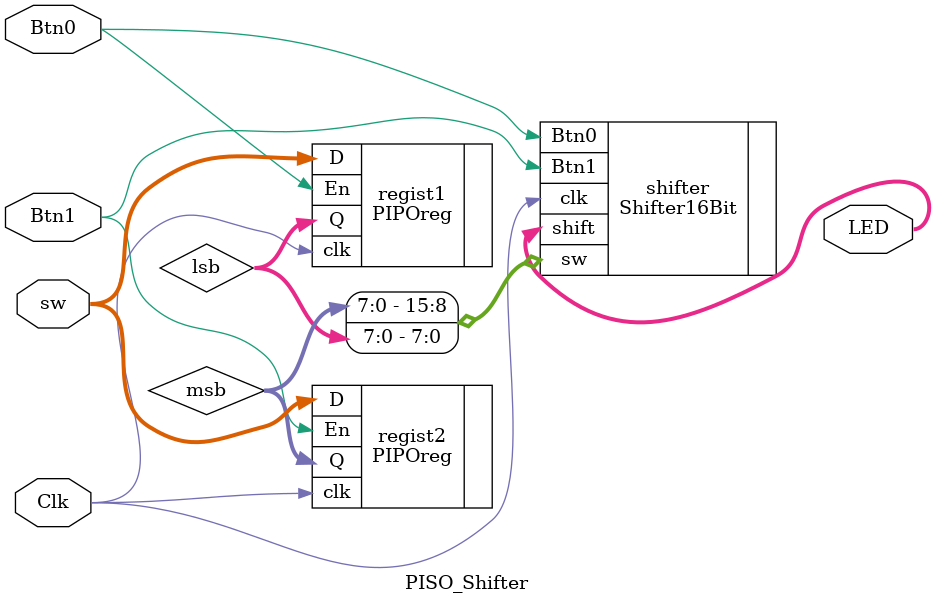
<source format=sv>
module PISO_Shifter(
        input [7:0] sw,
        input Clk, Btn0, Btn1,
        output [15:0] LED
    );
    
    wire [7:0] msb, lsb;
    
    
PIPOreg regist1 (
                .D(sw),
                .clk(Clk),
                .En(Btn0),
                .Q(lsb)
                );
                
PIPOreg regist2 (
                .D(sw),
                .clk(Clk),
                .En(Btn1),
                .Q(msb)
                );
                
Shifter16Bit shifter (
                    .clk(Clk),
                    .Btn0(Btn0),
                    .Btn1(Btn1),
                    .sw({msb, lsb}),
                    .shift(LED)
                     );
                
endmodule

</source>
